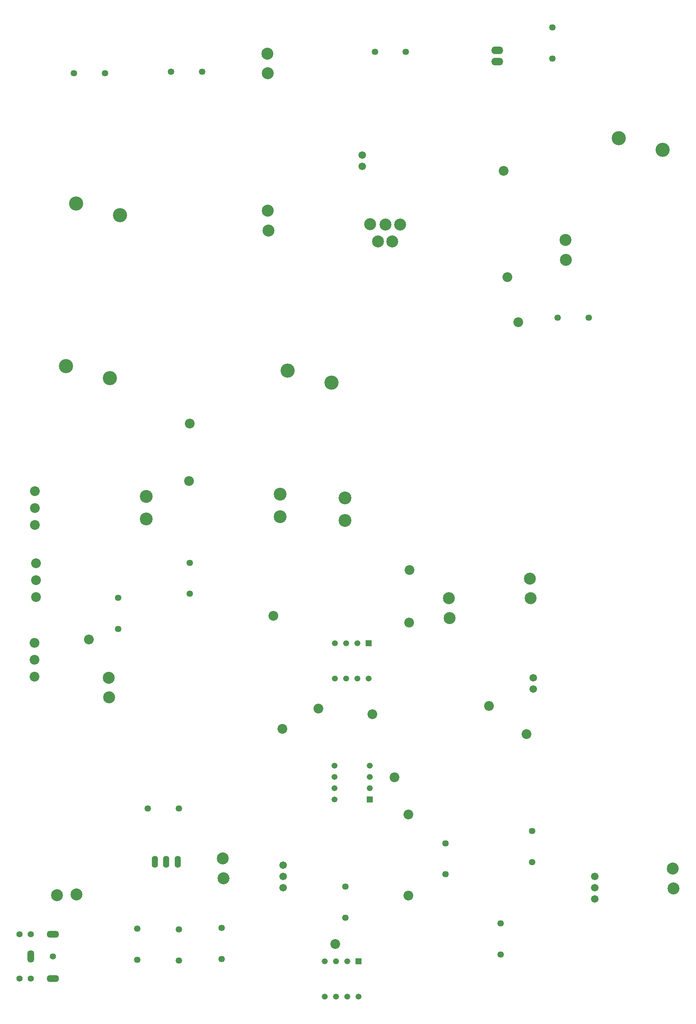
<source format=gts>
G04*
G04 #@! TF.GenerationSoftware,Altium Limited,Altium Designer,25.4.2 (15)*
G04*
G04 Layer_Color=8388736*
%FSLAX44Y44*%
%MOMM*%
G71*
G04*
G04 #@! TF.SameCoordinates,B37D86E9-8EB0-469F-8F7F-38126ABF2200*
G04*
G04*
G04 #@! TF.FilePolarity,Negative*
G04*
G01*
G75*
%ADD16C,2.2032*%
%ADD17O,2.7032X1.7032*%
%ADD18C,3.2032*%
%ADD19C,1.7032*%
%ADD20O,1.4032X2.7032*%
%ADD21C,2.7032*%
%ADD22C,1.4612*%
%ADD23O,1.5112X2.8192*%
%ADD24O,2.8192X1.5112*%
%ADD25C,1.4032*%
%ADD26C,1.3332*%
%ADD27R,1.3332X1.3332*%
%ADD28R,1.3332X1.3332*%
%ADD29C,2.9032*%
D16*
X193040Y1187650D02*
D03*
Y1225650D02*
D03*
Y1263650D02*
D03*
X191770Y845920D02*
D03*
Y883920D02*
D03*
Y921920D02*
D03*
X195580Y1024990D02*
D03*
Y1062990D02*
D03*
Y1100990D02*
D03*
X955040Y760730D02*
D03*
X731520Y982980D02*
D03*
X542290Y1416050D02*
D03*
X541020Y1286510D02*
D03*
X833120Y773430D02*
D03*
X751840Y727710D02*
D03*
X871220Y242570D02*
D03*
X1036320Y351790D02*
D03*
X1004570Y618490D02*
D03*
X1036320Y534670D02*
D03*
X1250950Y1986280D02*
D03*
X1037590Y967740D02*
D03*
X1038860Y1085850D02*
D03*
X1283970Y1644650D02*
D03*
X1259840Y1746250D02*
D03*
X1303020Y716280D02*
D03*
X1217930Y779780D02*
D03*
X314960Y929640D02*
D03*
D17*
X1236980Y2258060D02*
D03*
Y2232660D02*
D03*
D18*
X862330Y1508760D02*
D03*
X763270Y1535430D02*
D03*
X262890Y1545590D02*
D03*
X361950Y1518920D02*
D03*
X1511300Y2059940D02*
D03*
X1610360Y2033270D02*
D03*
X285750Y1912620D02*
D03*
X384810Y1885950D02*
D03*
D19*
X1456690Y344170D02*
D03*
Y369570D02*
D03*
Y394970D02*
D03*
X753110Y369570D02*
D03*
Y394970D02*
D03*
Y420370D02*
D03*
X932180Y1996440D02*
D03*
Y2021840D02*
D03*
X1318260Y817880D02*
D03*
Y843280D02*
D03*
D20*
X515620Y427990D02*
D03*
X489484Y427886D02*
D03*
X464345Y428354D02*
D03*
D21*
X967534Y1826591D02*
D03*
X1000109Y1827141D02*
D03*
X949633Y1865660D02*
D03*
X984606Y1865136D02*
D03*
X1017417Y1865132D02*
D03*
X242570Y353060D02*
D03*
X287020Y354330D02*
D03*
X617220Y435610D02*
D03*
X618490Y391160D02*
D03*
X1633220Y412750D02*
D03*
X1634490Y368300D02*
D03*
X359410Y843280D02*
D03*
X360680Y798830D02*
D03*
X1127760Y1022350D02*
D03*
X1129030Y977900D02*
D03*
X1391920Y1785620D02*
D03*
X1390650Y1830070D02*
D03*
X720090Y1851660D02*
D03*
X718820Y1896110D02*
D03*
X1310640Y1066800D02*
D03*
X1311910Y1022350D02*
D03*
X717550Y2250440D02*
D03*
X718820Y2205990D02*
D03*
D22*
X448160Y548640D02*
D03*
X518160D02*
D03*
X424180Y277570D02*
D03*
Y207570D02*
D03*
X518160Y275740D02*
D03*
Y205740D02*
D03*
X614680Y278840D02*
D03*
Y208840D02*
D03*
X1315720Y497280D02*
D03*
Y427280D02*
D03*
X1120140Y469900D02*
D03*
Y399900D02*
D03*
X1244600Y219000D02*
D03*
Y289000D02*
D03*
X894080Y372260D02*
D03*
Y302260D02*
D03*
X542290Y1102510D02*
D03*
Y1032510D02*
D03*
X381000Y953060D02*
D03*
Y1023060D02*
D03*
X1443430Y1654810D02*
D03*
X1373430D02*
D03*
X1361440Y2239570D02*
D03*
Y2309570D02*
D03*
X281230Y2205990D02*
D03*
X351230D02*
D03*
X570230Y2209800D02*
D03*
X500230D02*
D03*
X1030680Y2254250D02*
D03*
X960680D02*
D03*
D23*
X183680Y214630D02*
D03*
D24*
X233680Y164630D02*
D03*
Y264630D02*
D03*
D25*
X158680D02*
D03*
X183680D02*
D03*
X233680Y214630D02*
D03*
X158680Y164630D02*
D03*
X183680D02*
D03*
D26*
X869620Y568960D02*
D03*
Y594360D02*
D03*
Y619760D02*
D03*
Y645160D02*
D03*
X949020D02*
D03*
Y619760D02*
D03*
Y594360D02*
D03*
X923290Y124130D02*
D03*
X897890D02*
D03*
X872490D02*
D03*
X847090D02*
D03*
Y203530D02*
D03*
X872490D02*
D03*
X897890D02*
D03*
X946150Y841350D02*
D03*
X920750D02*
D03*
X895350D02*
D03*
X869950D02*
D03*
Y920750D02*
D03*
X895350D02*
D03*
X920750D02*
D03*
D27*
X949020Y568960D02*
D03*
D28*
X923290Y203530D02*
D03*
X946150Y920750D02*
D03*
D29*
X892810Y1248410D02*
D03*
Y1197610D02*
D03*
X746760Y1206500D02*
D03*
Y1257300D02*
D03*
X444500Y1201420D02*
D03*
Y1252220D02*
D03*
M02*

</source>
